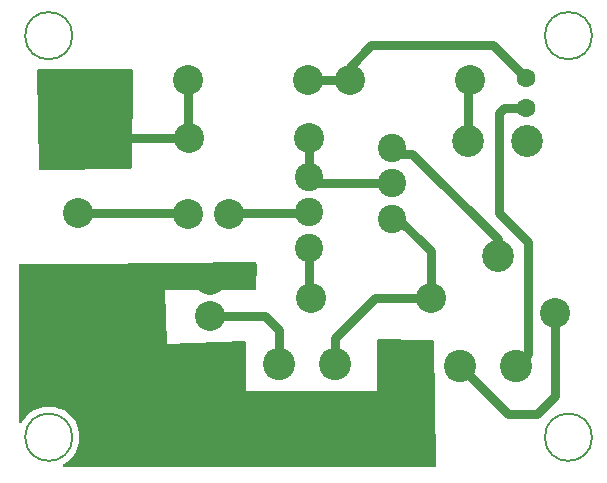
<source format=gbr>
G04 #@! TF.GenerationSoftware,KiCad,Pcbnew,9.0.3*
G04 #@! TF.CreationDate,2026-01-16T23:13:05+01:00*
G04 #@! TF.ProjectId,F_F,465f462e-6b69-4636-9164-5f7063625858,rev?*
G04 #@! TF.SameCoordinates,Original*
G04 #@! TF.FileFunction,Copper,L1,Top*
G04 #@! TF.FilePolarity,Positive*
%FSLAX46Y46*%
G04 Gerber Fmt 4.6, Leading zero omitted, Abs format (unit mm)*
G04 Created by KiCad (PCBNEW 9.0.3) date 2026-01-16 23:13:05*
%MOMM*%
%LPD*%
G01*
G04 APERTURE LIST*
G04 #@! TA.AperFunction,NonConductor*
%ADD10C,0.200000*%
G04 #@! TD*
G04 #@! TA.AperFunction,ComponentPad*
%ADD11C,2.400000*%
G04 #@! TD*
G04 #@! TA.AperFunction,ComponentPad*
%ADD12C,2.540000*%
G04 #@! TD*
G04 #@! TA.AperFunction,ComponentPad*
%ADD13C,1.600000*%
G04 #@! TD*
G04 #@! TA.AperFunction,ComponentPad*
%ADD14C,2.740000*%
G04 #@! TD*
G04 #@! TA.AperFunction,ComponentPad*
%ADD15C,2.700000*%
G04 #@! TD*
G04 #@! TA.AperFunction,Conductor*
%ADD16C,0.800000*%
G04 #@! TD*
G04 APERTURE END LIST*
D10*
X115040000Y-106890000D02*
G75*
G02*
X111040000Y-106890000I-2000000J0D01*
G01*
X111040000Y-106890000D02*
G75*
G02*
X115040000Y-106890000I2000000J0D01*
G01*
X115040000Y-72890000D02*
G75*
G02*
X111040000Y-72890000I-2000000J0D01*
G01*
X111040000Y-72890000D02*
G75*
G02*
X115040000Y-72890000I2000000J0D01*
G01*
X71040000Y-106890000D02*
G75*
G02*
X67040000Y-106890000I-2000000J0D01*
G01*
X67040000Y-106890000D02*
G75*
G02*
X71040000Y-106890000I2000000J0D01*
G01*
X71040000Y-72890000D02*
G75*
G02*
X67040000Y-72890000I-2000000J0D01*
G01*
X67040000Y-72890000D02*
G75*
G02*
X71040000Y-72890000I2000000J0D01*
G01*
D11*
G04 #@! TO.P,Q1,1,C*
G04 #@! TO.N,Net-(Q1-C)*
X91115000Y-84850000D03*
G04 #@! TO.P,Q1,2,B*
G04 #@! TO.N,Net-(Q1-B)*
X91115000Y-87850000D03*
G04 #@! TO.P,Q1,3,E*
G04 #@! TO.N,Net-(Q1-E)*
X91115000Y-90850000D03*
G04 #@! TD*
D12*
G04 #@! TO.P,C2,1*
G04 #@! TO.N,Net-(C2-Pad1)*
X82704888Y-96600000D03*
G04 #@! TO.P,C2,2*
G04 #@! TO.N,GNDREF*
X82704888Y-93600000D03*
G04 #@! TD*
D11*
G04 #@! TO.P,Q2,1,C*
G04 #@! TO.N,Net-(Q2-C)*
X98130000Y-82390000D03*
G04 #@! TO.P,Q2,2,B*
G04 #@! TO.N,Net-(Q1-C)*
X98130000Y-85390000D03*
G04 #@! TO.P,Q2,3,E*
G04 #@! TO.N,Net-(Q2-E)*
X98130000Y-88390000D03*
G04 #@! TD*
D13*
G04 #@! TO.P,C3,1*
G04 #@! TO.N,Net-(C3-Pad1)*
X109410000Y-76480000D03*
G04 #@! TO.P,C3,2*
G04 #@! TO.N,Net-(C3-Pad2)*
X109410000Y-78980000D03*
G04 #@! TD*
D12*
G04 #@! TO.P,J2,1,Pin_1*
G04 #@! TO.N,OUTPUT_INPUT*
X111930000Y-96370000D03*
G04 #@! TD*
G04 #@! TO.P,R4,1*
G04 #@! TO.N,Net-(C3-Pad1)*
X94540000Y-76680000D03*
G04 #@! TO.P,R4,2*
G04 #@! TO.N,Net-(R4-Pad2)*
X104700000Y-76680000D03*
G04 #@! TD*
G04 #@! TO.P,,1,Pin_1*
G04 #@! TO.N,GNDREF*
X71290000Y-100410000D03*
G04 #@! TD*
G04 #@! TO.P,C1,1*
G04 #@! TO.N,Net-(Q1-B)*
X84300000Y-87950000D03*
G04 #@! TO.P,C1,2*
G04 #@! TO.N,AUDIO_INPUT*
X80800000Y-87950000D03*
G04 #@! TD*
G04 #@! TO.P,,1,Pin_1*
G04 #@! TO.N,GNDREF*
X76350000Y-106710000D03*
G04 #@! TD*
G04 #@! TO.P,J4,1,Pin_1*
G04 #@! TO.N,+9V*
X71570000Y-81600000D03*
G04 #@! TD*
G04 #@! TO.P,R1,1*
G04 #@! TO.N,+9V*
X80880000Y-81580000D03*
G04 #@! TO.P,R1,2*
G04 #@! TO.N,Net-(Q1-C)*
X91040000Y-81580000D03*
G04 #@! TD*
G04 #@! TO.P,,1,Pin_1*
G04 #@! TO.N,+9V*
X71540000Y-77670000D03*
G04 #@! TD*
D14*
G04 #@! TO.P,RV1,1,1*
G04 #@! TO.N,Net-(Q2-E)*
X93290000Y-100690000D03*
G04 #@! TO.P,RV1,2,2*
G04 #@! TO.N,Net-(C2-Pad1)*
X88540000Y-100690000D03*
G04 #@! TO.P,RV1,3,3*
G04 #@! TO.N,GNDREF*
X83790000Y-100690000D03*
G04 #@! TD*
D12*
G04 #@! TO.P,R2,1*
G04 #@! TO.N,Net-(Q1-E)*
X91240000Y-95060000D03*
G04 #@! TO.P,R2,2*
G04 #@! TO.N,Net-(Q2-E)*
X101400000Y-95060000D03*
G04 #@! TD*
G04 #@! TO.P,J3,1,Pin_1*
G04 #@! TO.N,GNDREF*
X71340000Y-94660000D03*
G04 #@! TD*
G04 #@! TO.P,J1,1,Pin_1*
G04 #@! TO.N,AUDIO_INPUT*
X71510000Y-87940000D03*
G04 #@! TD*
D14*
G04 #@! TO.P,RV2,1,1*
G04 #@! TO.N,Net-(C3-Pad2)*
X108580000Y-100890000D03*
G04 #@! TO.P,RV2,2,2*
G04 #@! TO.N,OUTPUT_INPUT*
X103830000Y-100890000D03*
G04 #@! TO.P,RV2,3,3*
G04 #@! TO.N,GNDREF*
X99080000Y-100890000D03*
G04 #@! TD*
D15*
G04 #@! TO.P,RV3,1,1*
G04 #@! TO.N,Net-(R4-Pad2)*
X104570000Y-81780000D03*
G04 #@! TO.P,RV3,2,2*
G04 #@! TO.N,Net-(Q2-C)*
X107070000Y-91520000D03*
G04 #@! TO.P,RV3,3,3*
G04 #@! TO.N,unconnected-(RV3-Pad3)*
X109570000Y-81780000D03*
G04 #@! TD*
D12*
G04 #@! TO.P,R5,1*
G04 #@! TO.N,+9V*
X80840000Y-76670000D03*
G04 #@! TO.P,R5,2*
G04 #@! TO.N,Net-(C3-Pad1)*
X91000000Y-76670000D03*
G04 #@! TD*
D16*
G04 #@! TO.N,AUDIO_INPUT*
X71510000Y-87940000D02*
X81240000Y-87940000D01*
G04 #@! TO.N,Net-(Q1-B)*
X90830000Y-87940000D02*
X83810000Y-87940000D01*
X83810000Y-87940000D02*
X83800000Y-87950000D01*
X91150000Y-87620000D02*
X90830000Y-87940000D01*
G04 #@! TO.N,Net-(C2-Pad1)*
X88540000Y-97780000D02*
X87360000Y-96600000D01*
X88540000Y-100690000D02*
X88540000Y-97780000D01*
X87360000Y-96600000D02*
X82704888Y-96600000D01*
G04 #@! TO.N,Net-(C3-Pad1)*
X94540000Y-75530000D02*
X96360000Y-73710000D01*
X94540000Y-76680000D02*
X94540000Y-75530000D01*
X91010000Y-76680000D02*
X91000000Y-76670000D01*
X106640000Y-73710000D02*
X109410000Y-76480000D01*
X96360000Y-73710000D02*
X106640000Y-73710000D01*
X94540000Y-76680000D02*
X91010000Y-76680000D01*
G04 #@! TO.N,Net-(C3-Pad2)*
X107140000Y-87870000D02*
X109590000Y-90320000D01*
X109590000Y-99880000D02*
X108580000Y-100890000D01*
X109410000Y-78980000D02*
X107610000Y-78980000D01*
X107610000Y-78980000D02*
X107140000Y-79450000D01*
X107140000Y-79450000D02*
X107140000Y-87870000D01*
X109590000Y-90320000D02*
X109590000Y-99880000D01*
G04 #@! TO.N,OUTPUT_INPUT*
X111930000Y-96370000D02*
X111930000Y-103360000D01*
X107890000Y-104950000D02*
X103830000Y-100890000D01*
X110340000Y-104950000D02*
X107890000Y-104950000D01*
X111930000Y-103360000D02*
X110340000Y-104950000D01*
G04 #@! TO.N,+9V*
X80880000Y-81580000D02*
X71590000Y-81580000D01*
X71590000Y-81580000D02*
X71570000Y-81600000D01*
X80840000Y-81540000D02*
X80880000Y-81580000D01*
X80840000Y-76670000D02*
X80840000Y-81540000D01*
G04 #@! TO.N,Net-(Q1-E)*
X91115000Y-94935000D02*
X91240000Y-95060000D01*
X91115000Y-90350000D02*
X91115000Y-94935000D01*
G04 #@! TO.N,Net-(Q1-C)*
X91115000Y-81775000D02*
X91300000Y-81590000D01*
X98090000Y-85350000D02*
X98130000Y-85390000D01*
X91115000Y-85350000D02*
X98090000Y-85350000D01*
X91115000Y-85350000D02*
X91115000Y-81775000D01*
G04 #@! TO.N,Net-(Q2-C)*
X98130000Y-82890000D02*
X99827056Y-82890000D01*
X107070000Y-90132944D02*
X107070000Y-91520000D01*
X99827056Y-82890000D02*
X107070000Y-90132944D01*
G04 #@! TO.N,Net-(Q2-E)*
X98130000Y-87890000D02*
X101400000Y-91160000D01*
X101400000Y-91160000D02*
X101400000Y-95060000D01*
X101400000Y-95060000D02*
X96690000Y-95060000D01*
X93290000Y-98460000D02*
X93290000Y-100690000D01*
X96690000Y-95060000D02*
X93290000Y-98460000D01*
G04 #@! TO.N,Net-(R4-Pad2)*
X104570000Y-81780000D02*
X104570000Y-76810000D01*
X104570000Y-76810000D02*
X104700000Y-76680000D01*
G04 #@! TD*
G04 #@! TA.AperFunction,Conductor*
G04 #@! TO.N,GNDREF*
G36*
X86577864Y-92080492D02*
G01*
X86624300Y-92132698D01*
X86636129Y-92189377D01*
X86573584Y-94280176D01*
X86551903Y-94346597D01*
X86497755Y-94390752D01*
X86450123Y-94400467D01*
X78880000Y-94430000D01*
X79040000Y-99020000D01*
X85622112Y-98764955D01*
X85689862Y-98782029D01*
X85737627Y-98833022D01*
X85750909Y-98887980D01*
X85779999Y-102979999D01*
X85780000Y-102980000D01*
X96810000Y-102940000D01*
X96810000Y-98717076D01*
X96829685Y-98650037D01*
X96882489Y-98604282D01*
X96937035Y-98593113D01*
X100890000Y-98690000D01*
X100890003Y-98689999D01*
X100890008Y-98690000D01*
X100890009Y-98690000D01*
X101533002Y-98664948D01*
X101600757Y-98682008D01*
X101648533Y-98732990D01*
X101661817Y-98787081D01*
X101811617Y-109263729D01*
X101792894Y-109331041D01*
X101740750Y-109377546D01*
X101687631Y-109389500D01*
X70380346Y-109389500D01*
X70313307Y-109369815D01*
X70267552Y-109317011D01*
X70257608Y-109247853D01*
X70286633Y-109184297D01*
X70314374Y-109160506D01*
X70316577Y-109159121D01*
X70547206Y-109014208D01*
X70775565Y-108832098D01*
X70982098Y-108625565D01*
X71164208Y-108397206D01*
X71319605Y-108149893D01*
X71446335Y-107886737D01*
X71542803Y-107611045D01*
X71607798Y-107326286D01*
X71640500Y-107036041D01*
X71640500Y-106743959D01*
X71607798Y-106453714D01*
X71542803Y-106168955D01*
X71446335Y-105893263D01*
X71319605Y-105630107D01*
X71164208Y-105382794D01*
X70982098Y-105154435D01*
X70775565Y-104947902D01*
X70547206Y-104765792D01*
X70299893Y-104610395D01*
X70299890Y-104610393D01*
X70036738Y-104483665D01*
X69761046Y-104387197D01*
X69761044Y-104387196D01*
X69541280Y-104337036D01*
X69476286Y-104322202D01*
X69476283Y-104322201D01*
X69476271Y-104322199D01*
X69186047Y-104289500D01*
X69186041Y-104289500D01*
X68893959Y-104289500D01*
X68893952Y-104289500D01*
X68603728Y-104322199D01*
X68603714Y-104322202D01*
X68318955Y-104387196D01*
X68318953Y-104387197D01*
X68043261Y-104483665D01*
X67780109Y-104610393D01*
X67532795Y-104765791D01*
X67304435Y-104947901D01*
X67097901Y-105154435D01*
X66915791Y-105382795D01*
X66769494Y-105615626D01*
X66717159Y-105661917D01*
X66648106Y-105672565D01*
X66584257Y-105644190D01*
X66545885Y-105585801D01*
X66540500Y-105549654D01*
X66540500Y-92319125D01*
X66560185Y-92252086D01*
X66612989Y-92206331D01*
X66665730Y-92195131D01*
X72079115Y-92248996D01*
X86510578Y-92061679D01*
X86577864Y-92080492D01*
G37*
G04 #@! TD.AperFunction*
G04 #@! TD*
G04 #@! TA.AperFunction,Conductor*
G04 #@! TO.N,+9V*
G36*
X76028988Y-75732530D02*
G01*
X76095905Y-75752625D01*
X76141335Y-75805708D01*
X76152219Y-75858040D01*
X76052108Y-84067065D01*
X76031607Y-84133860D01*
X75978249Y-84178967D01*
X75928924Y-84189550D01*
X68303300Y-84239197D01*
X68236134Y-84219950D01*
X68190036Y-84167445D01*
X68178502Y-84116706D01*
X68077612Y-75810132D01*
X68096481Y-75742861D01*
X68148725Y-75696469D01*
X68202358Y-75684631D01*
X76028988Y-75732530D01*
G37*
G04 #@! TD.AperFunction*
G04 #@! TD*
M02*

</source>
